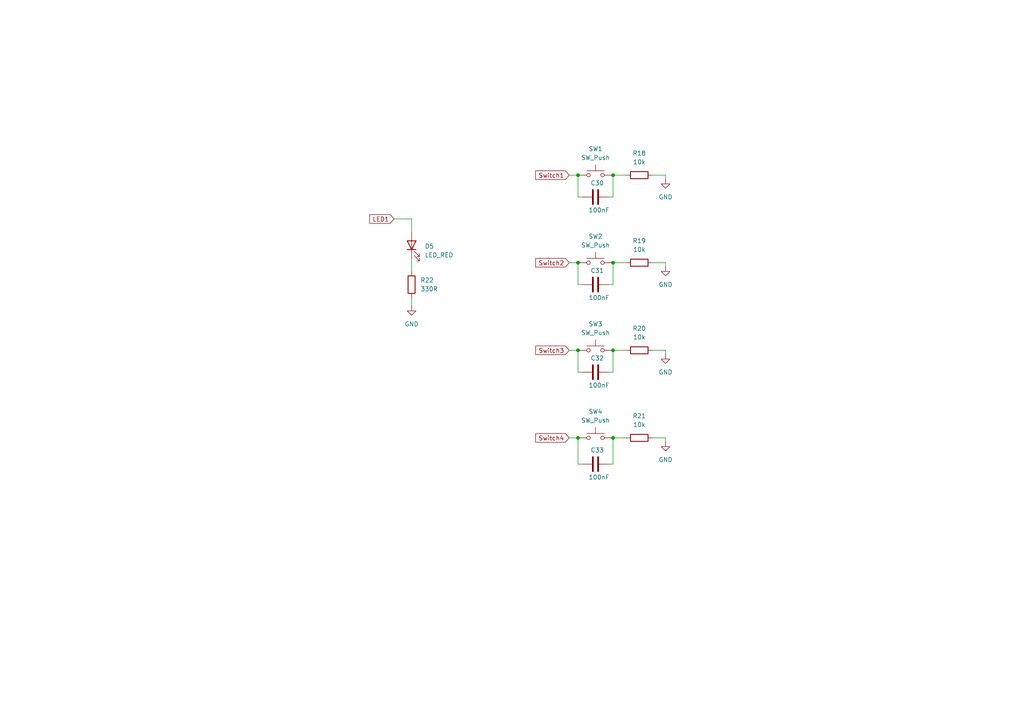
<source format=kicad_sch>
(kicad_sch (version 20250114) (generator "eeschema") (generator_version "9.0")
  (paper "A4")
  (title_block (title "IOs") (date "2025-06-19") (rev "1.0") (company "Thomas Faucherre"))
  (lib_symbols
    (symbol "Device:C" (pin_numbers (hide yes)) (pin_names (offset 0.254))
      (property "Reference" "C" (at 0.635 2.54 0))
      (property "Value" "C" (at 0.635 -2.54 0))
      (symbol "C_0_1"
        (polyline (pts (xy -2.032 0.762) (xy 2.032 0.762)) (stroke (width 0.508)))
        (polyline (pts (xy -2.032 -0.762) (xy 2.032 -0.762)) (stroke (width 0.508)))
      )
      (symbol "C_1_1"
        (pin passive line (at 0 3.81 270) (length 2.794) (name "~") (number "1"))
        (pin passive line (at 0 -3.81 90) (length 2.794) (name "~") (number "2"))
      )
    )
    (symbol "Device:LED" (pin_numbers (hide yes)) (pin_names (offset 1.016) (hide yes))
      (property "Reference" "D" (at 0 2.54 0))
      (property "Value" "LED" (at 0 -2.54 0))
      (symbol "LED_0_1"
        (polyline (pts (xy -3.048 -0.762) (xy -4.572 -2.286) (xy -3.81 -2.286) (xy -4.572 -2.286) (xy -4.572 -1.524)))
        (polyline (pts (xy -1.778 -0.762) (xy -3.302 -2.286) (xy -2.54 -2.286) (xy -3.302 -2.286) (xy -3.302 -1.524)))
        (polyline (pts (xy -1.27 0) (xy 1.27 0)))
        (polyline (pts (xy -1.27 -1.27) (xy -1.27 1.27)) (stroke (width 0.254)))
        (polyline (pts (xy 1.27 -1.27) (xy 1.27 1.27) (xy -1.27 0) (xy 1.27 -1.27)) (stroke (width 0.254)))
      )
      (symbol "LED_1_1"
        (pin passive line (at -3.81 0 0) (length 2.54) (name "K") (number "1"))
        (pin passive line (at 3.81 0 180) (length 2.54) (name "A") (number "2"))
      )
    )
    (symbol "Device:R" (pin_numbers (hide yes)) (pin_names (offset 0))
      (property "Reference" "R" (at 2.032 0 90))
      (property "Value" "R" (at 0 0 90))
      (symbol "R_0_1"
        (rectangle (start -1.016 -2.54) (end 1.016 2.54) (stroke (width 0.254)))
      )
      (symbol "R_1_1"
        (pin passive line (at 0 3.81 270) (length 1.27) (name "~") (number "1"))
        (pin passive line (at 0 -3.81 90) (length 1.27) (name "~") (number "2"))
      )
    )
    (symbol "Switch:SW_Push" (pin_numbers (hide yes)) (pin_names (offset 1.016) (hide yes))
      (property "Reference" "SW" (at 1.27 2.54 0))
      (property "Value" "SW_Push" (at 0 -1.524 0))
      (symbol "SW_Push_0_1"
        (circle (center -2.032 0) (radius 0.508))
        (polyline (pts (xy 0 1.27) (xy 0 3.048)))
        (circle (center 2.032 0) (radius 0.508))
        (polyline (pts (xy 2.54 1.27) (xy -2.54 1.27)))
        (pin passive line (at -5.08 0 0) (length 2.54) (name "1") (number "1"))
        (pin passive line (at 5.08 0 180) (length 2.54) (name "2") (number "2"))
      )
    )
    (symbol "power:GND" (power) (pin_numbers (hide yes)) (pin_names (offset 0) (hide yes))
      (property "Value" "GND" (at 0 -3.81 0))
      (symbol "GND_0_1"
        (polyline (pts (xy 0 0) (xy 0 -1.27) (xy 1.27 -1.27) (xy 0 -2.54) (xy -1.27 -1.27) (xy 0 -1.27)))
      )
      (symbol "GND_1_1"
        (pin power_in line (at 0 0 270) (length 0) (name "~") (number "1"))
      )
    )
  )
  (junction (at 167.64 50.8))
  (junction (at 167.64 76.2))
  (junction (at 177.8 76.2))
  (junction (at 177.8 101.6))
  (junction (at 167.64 127))
  (junction (at 167.64 101.6))
  (junction (at 177.8 50.8))
  (junction (at 177.8 127))
  (wire (pts (xy 176.53 82.55) (xy 177.8 82.55)))
  (wire (pts (xy 168.91 134.62) (xy 167.64 134.62)))
  (wire (pts (xy 177.8 101.6) (xy 181.61 101.6)))
  (wire (pts (xy 167.64 101.6) (xy 167.64 107.95)))
  (wire (pts (xy 189.23 127) (xy 193.04 127)))
  (wire (pts (xy 167.64 107.95) (xy 168.91 107.95)))
  (wire (pts (xy 168.91 57.15) (xy 167.64 57.15)))
  (wire (pts (xy 119.38 74.93) (xy 119.38 78.74)))
  (wire (pts (xy 119.38 86.36) (xy 119.38 88.9)))
  (wire (pts (xy 177.8 76.2) (xy 177.8 82.55)))
  (wire (pts (xy 177.8 127) (xy 177.8 134.62)))
  (wire (pts (xy 177.8 101.6) (xy 177.8 107.95)))
  (wire (pts (xy 189.23 101.6) (xy 193.04 101.6)))
  (wire (pts (xy 165.1 50.8) (xy 167.64 50.8)))
  (wire (pts (xy 167.64 50.8) (xy 167.64 57.15)))
  (wire (pts (xy 177.8 50.8) (xy 177.8 57.15)))
  (wire (pts (xy 177.8 127) (xy 181.61 127)))
  (wire (pts (xy 165.1 101.6) (xy 167.64 101.6)))
  (wire (pts (xy 177.8 76.2) (xy 181.61 76.2)))
  (wire (pts (xy 193.04 101.6) (xy 193.04 102.87)))
  (wire (pts (xy 193.04 50.8) (xy 193.04 52.07)))
  (wire (pts (xy 176.53 134.62) (xy 177.8 134.62)))
  (wire (pts (xy 165.1 76.2) (xy 167.64 76.2)))
  (wire (pts (xy 176.53 57.15) (xy 177.8 57.15)))
  (wire (pts (xy 119.38 63.5) (xy 119.38 67.31)))
  (wire (pts (xy 176.53 107.95) (xy 177.8 107.95)))
  (wire (pts (xy 193.04 127) (xy 193.04 128.27)))
  (wire (pts (xy 189.23 76.2) (xy 193.04 76.2)))
  (wire (pts (xy 193.04 76.2) (xy 193.04 77.47)))
  (wire (pts (xy 189.23 50.8) (xy 193.04 50.8)))
  (wire (pts (xy 167.64 82.55) (xy 168.91 82.55)))
  (wire (pts (xy 177.8 50.8) (xy 181.61 50.8)))
  (wire (pts (xy 167.64 127) (xy 167.64 134.62)))
  (wire (pts (xy 165.1 127) (xy 167.64 127)))
  (wire (pts (xy 114.3 63.5) (xy 119.38 63.5)))
  (wire (pts (xy 167.64 76.2) (xy 167.64 82.55)))
  (global_label "Switch4" (shape input) (at 165.1 127 180) (property "Intersheetrefs" "${INTERSHEET_REFS}" (effects (hide yes))))
  (global_label "LED1" (shape input) (at 114.3 63.5 180) (property "Intersheetrefs" "${INTERSHEET_REFS}" (effects (hide yes))))
  (global_label "Switch3" (shape input) (at 165.1 101.6 180) (property "Intersheetrefs" "${INTERSHEET_REFS}" (effects (hide yes))))
  (global_label "Switch2" (shape input) (at 165.1 76.2 180) (property "Intersheetrefs" "${INTERSHEET_REFS}" (effects (hide yes))))
  (global_label "Switch1" (shape input) (at 165.1 50.8 180) (property "Intersheetrefs" "${INTERSHEET_REFS}" (effects (hide yes))))
  (symbol (lib_id "Device:R") (at 119.38 82.55 0) (unit 1)
    (property "Reference" "R22" (at 121.92 81.2799 0) (effects (justify left)))
    (property "Value" "330R" (at 121.92 83.8199 0) (effects (justify left)))
    (property "Footprint" "Resistor_SMD:R_0603_1608Metric" (effects (hide yes)))
    (property "Description" "Resistor" (effects (hide yes)))
  )
  (symbol (lib_id "Device:C") (at 172.72 57.15 270) (unit 1)
    (property "Reference" "C30" (at 173.228 53.086 90))
    (property "Value" "100nF" (at 173.736 60.96 90))
    (property "Footprint" "Capacitor_SMD:C_0603_1608Metric" (effects (hide yes)))
    (property "Description" "Unpolarized capacitor" (effects (hide yes)))
  )
  (symbol (lib_id "Device:LED") (at 119.38 71.12 90) (unit 1)
    (property "Reference" "D5" (at 123.19 71.4374 90) (effects (justify right)))
    (property "Value" "LED_RED" (at 123.19 73.9774 90) (effects (justify right)))
    (property "Footprint" "LED_SMD:LED_1206_3216Metric" (effects (hide yes)))
    (property "Description" "Light emitting diode" (effects (hide yes)))
    (property "Sim.Pins" "1=K 2=A" (effects (hide yes)))
  )
  (symbol (lib_id "power:GND") (at 193.04 128.27 0) (unit 1)
    (property "Reference" "#PWR022" (effects (hide yes)))
    (property "Value" "GND" (at 193.04 133.35 0))
    (property "Description" "Power symbol creates a global label with name \"GND\" , ground" (effects (hide yes)))
  )
  (symbol (lib_id "Device:C") (at 172.72 107.95 270) (unit 1)
    (property "Reference" "C32" (at 173.228 103.886 90))
    (property "Value" "100nF" (at 173.736 111.76 90))
    (property "Footprint" "Capacitor_SMD:C_0603_1608Metric" (effects (hide yes)))
    (property "Description" "Unpolarized capacitor" (effects (hide yes)))
  )
  (symbol (lib_id "Device:R") (at 185.42 50.8 90) (unit 1)
    (property "Reference" "R18" (at 185.42 44.45 90))
    (property "Value" "10k" (at 185.42 46.99 90))
    (property "Footprint" "Resistor_SMD:R_0603_1608Metric" (effects (hide yes)))
    (property "Description" "Resistor" (effects (hide yes)))
  )
  (symbol (lib_id "power:GND") (at 119.38 88.9 0) (unit 1)
    (property "Reference" "#PWR023" (effects (hide yes)))
    (property "Value" "GND" (at 119.38 93.98 0))
    (property "Description" "Power symbol creates a global label with name \"GND\" , ground" (effects (hide yes)))
  )
  (symbol (lib_id "Device:R") (at 185.42 101.6 90) (unit 1)
    (property "Reference" "R20" (at 185.42 95.25 90))
    (property "Value" "10k" (at 185.42 97.79 90))
    (property "Footprint" "Resistor_SMD:R_0603_1608Metric" (effects (hide yes)))
    (property "Description" "Resistor" (effects (hide yes)))
  )
  (symbol (lib_id "Switch:SW_Push") (at 172.72 50.8 0) (unit 1)
    (property "Reference" "SW1" (at 172.72 43.18 0))
    (property "Value" "SW_Push" (at 172.72 45.72 0))
    (property "Description" "Push button switch, generic, two pins" (effects (hide yes)))
  )
  (symbol (lib_id "power:GND") (at 193.04 77.47 0) (unit 1)
    (property "Reference" "#PWR019" (effects (hide yes)))
    (property "Value" "GND" (at 193.04 82.55 0))
    (property "Description" "Power symbol creates a global label with name \"GND\" , ground" (effects (hide yes)))
  )
  (symbol (lib_id "power:GND") (at 193.04 52.07 0) (unit 1)
    (property "Reference" "#PWR020" (effects (hide yes)))
    (property "Value" "GND" (at 193.04 57.15 0))
    (property "Description" "Power symbol creates a global label with name \"GND\" , ground" (effects (hide yes)))
  )
  (symbol (lib_id "Device:C") (at 172.72 134.62 270) (unit 1)
    (property "Reference" "C33" (at 173.228 130.556 90))
    (property "Value" "100nF" (at 173.736 138.43 90))
    (property "Footprint" "Capacitor_SMD:C_0603_1608Metric" (effects (hide yes)))
    (property "Description" "Unpolarized capacitor" (effects (hide yes)))
  )
  (symbol (lib_id "Switch:SW_Push") (at 172.72 76.2 0) (unit 1)
    (property "Reference" "SW2" (at 172.72 68.58 0))
    (property "Value" "SW_Push" (at 172.72 71.12 0))
    (property "Description" "Push button switch, generic, two pins" (effects (hide yes)))
  )
  (symbol (lib_id "Device:R") (at 185.42 76.2 90) (unit 1)
    (property "Reference" "R19" (at 185.42 69.85 90))
    (property "Value" "10k" (at 185.42 72.39 90))
    (property "Footprint" "Resistor_SMD:R_0603_1608Metric" (effects (hide yes)))
    (property "Description" "Resistor" (effects (hide yes)))
  )
  (symbol (lib_id "power:GND") (at 193.04 102.87 0) (unit 1)
    (property "Reference" "#PWR021" (effects (hide yes)))
    (property "Value" "GND" (at 193.04 107.95 0))
    (property "Description" "Power symbol creates a global label with name \"GND\" , ground" (effects (hide yes)))
  )
  (symbol (lib_id "Device:C") (at 172.72 82.55 270) (unit 1)
    (property "Reference" "C31" (at 173.228 78.486 90))
    (property "Value" "100nF" (at 173.736 86.36 90))
    (property "Footprint" "Capacitor_SMD:C_0603_1608Metric" (effects (hide yes)))
    (property "Description" "Unpolarized capacitor" (effects (hide yes)))
  )
  (symbol (lib_id "Switch:SW_Push") (at 172.72 127 0) (unit 1)
    (property "Reference" "SW4" (at 172.72 119.38 0))
    (property "Value" "SW_Push" (at 172.72 121.92 0))
    (property "Description" "Push button switch, generic, two pins" (effects (hide yes)))
  )
  (symbol (lib_id "Switch:SW_Push") (at 172.72 101.6 0) (unit 1)
    (property "Reference" "SW3" (at 172.72 93.98 0))
    (property "Value" "SW_Push" (at 172.72 96.52 0))
    (property "Description" "Push button switch, generic, two pins" (effects (hide yes)))
  )
  (symbol (lib_id "Device:R") (at 185.42 127 90) (unit 1)
    (property "Reference" "R21" (at 185.42 120.65 90))
    (property "Value" "10k" (at 185.42 123.19 90))
    (property "Footprint" "Resistor_SMD:R_0603_1608Metric" (effects (hide yes)))
    (property "Description" "Resistor" (effects (hide yes)))
  )
)
</source>
